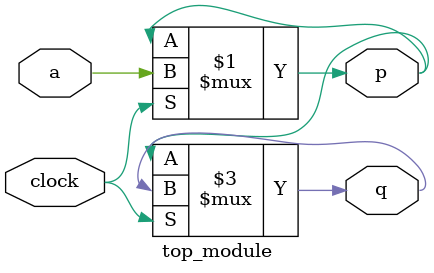
<source format=v>
module top_module (
    input clock,
    input a,
    output p,
    output q);

    assign p = clock ? a : p;
    assign q = !clock ? p : q;

endmodule

</source>
